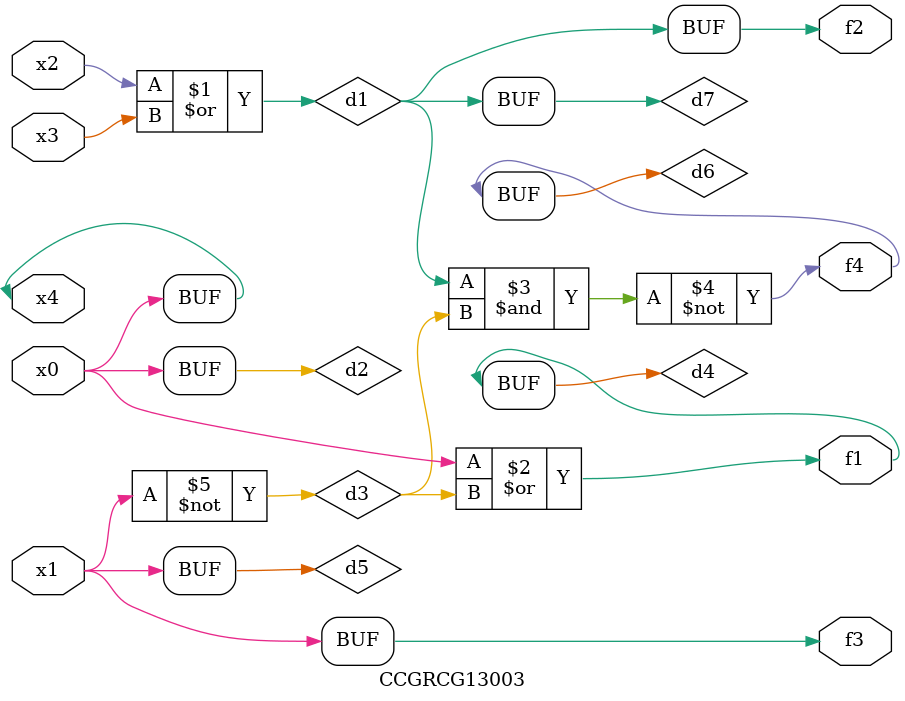
<source format=v>
module CCGRCG13003(
	input x0, x1, x2, x3, x4,
	output f1, f2, f3, f4
);

	wire d1, d2, d3, d4, d5, d6, d7;

	or (d1, x2, x3);
	buf (d2, x0, x4);
	not (d3, x1);
	or (d4, d2, d3);
	not (d5, d3);
	nand (d6, d1, d3);
	or (d7, d1);
	assign f1 = d4;
	assign f2 = d7;
	assign f3 = d5;
	assign f4 = d6;
endmodule

</source>
